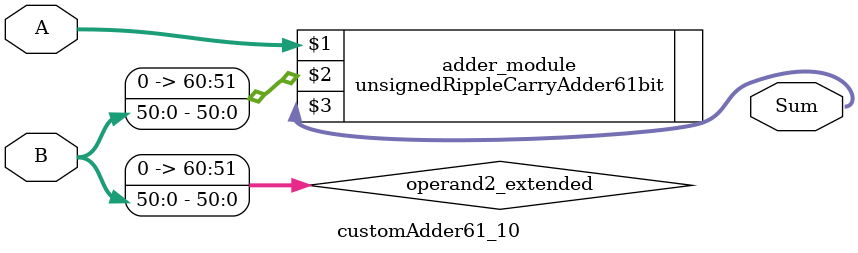
<source format=v>
module customAdder61_10(
                        input [60 : 0] A,
                        input [50 : 0] B,
                        
                        output [61 : 0] Sum
                );

        wire [60 : 0] operand2_extended;
        
        assign operand2_extended =  {10'b0, B};
        
        unsignedRippleCarryAdder61bit adder_module(
            A,
            operand2_extended,
            Sum
        );
        
        endmodule
        
</source>
